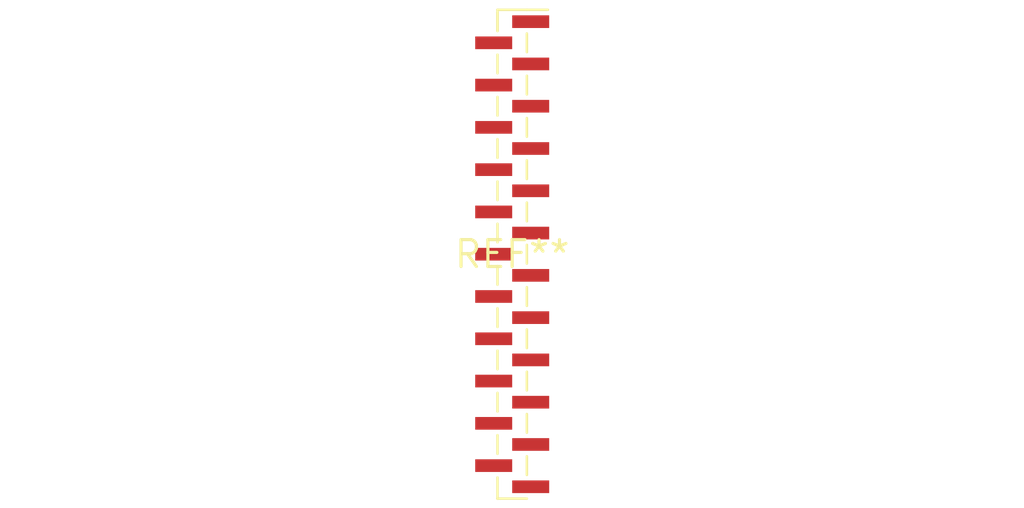
<source format=kicad_pcb>
(kicad_pcb (version 20240108) (generator pcbnew)
  (layers (0 "F.Cu" signal) (31 "B.Cu" signal) (34 "B.Paste" user) (35 "F.Paste" user) (36 "B.SilkS" user "B.Silkscreen") (37 "F.SilkS" user "F.Silkscreen") (38 "B.Mask" user) (39 "F.Mask" user) (44 "Edge.Cuts" user))
  (net 0 "")
  (footprint "PinHeader_1x23_P1.00mm_Vertical_SMD_Pin1Right" (layer "F.Cu") (at 0 0)
    (property "Reference" "REF**")
    (property "Value" "PinHeader_1x23_P1.00mm_Vertical_SMD_Pin1Right")
    (fp_line (start -0.695 -11.56) (end -0.695 -10.56) (layer "F.SilkS") (stroke (width 0.12)))
    (fp_line (start -0.695 -11.56) (end 0.695 -11.56) (layer "F.SilkS") (stroke (width 0.12)))
    (fp_line (start -0.695 -11.44) (end -0.695 -10.56) (layer "F.SilkS") (stroke (width 0.12)))
    (fp_line (start -0.695 -9.44) (end -0.695 -8.56) (layer "F.SilkS") (stroke (width 0.12)))
    (fp_line (start -0.695 -7.44) (end -0.695 -6.56) (layer "F.SilkS") (stroke (width 0.12)))
    (fp_line (start -0.695 -5.44) (end -0.695 -4.56) (layer "F.SilkS") (stroke (width 0.12)))
    (fp_line (start -0.695 -3.44) (end -0.695 -2.56) (layer "F.SilkS") (stroke (width 0.12)))
    (fp_line (start -0.695 -1.44) (end -0.695 -0.56) (layer "F.SilkS") (stroke (width 0.12)))
    (fp_line (start -0.695 0.56) (end -0.695 1.44) (layer "F.SilkS") (stroke (width 0.12)))
    (fp_line (start -0.695 2.56) (end -0.695 3.44) (layer "F.SilkS") (stroke (width 0.12)))
    (fp_line (start -0.695 4.56) (end -0.695 5.44) (layer "F.SilkS") (stroke (width 0.12)))
    (fp_line (start -0.695 6.56) (end -0.695 7.44) (layer "F.SilkS") (stroke (width 0.12)))
    (fp_line (start -0.695 8.56) (end -0.695 9.44) (layer "F.SilkS") (stroke (width 0.12)))
    (fp_line (start -0.695 10.56) (end -0.695 11.56) (layer "F.SilkS") (stroke (width 0.12)))
    (fp_line (start -0.695 11.56) (end -0.695 11.56) (layer "F.SilkS") (stroke (width 0.12)))
    (fp_line (start -0.695 11.56) (end 0.695 11.56) (layer "F.SilkS") (stroke (width 0.12)))
    (fp_line (start 0.695 -11.56) (end 0.695 -11.56) (layer "F.SilkS") (stroke (width 0.12)))
    (fp_line (start 0.695 -11.56) (end 1.69 -11.56) (layer "F.SilkS") (stroke (width 0.12)))
    (fp_line (start 0.695 -10.44) (end 0.695 -9.56) (layer "F.SilkS") (stroke (width 0.12)))
    (fp_line (start 0.695 -8.44) (end 0.695 -7.56) (layer "F.SilkS") (stroke (width 0.12)))
    (fp_line (start 0.695 -6.44) (end 0.695 -5.56) (layer "F.SilkS") (stroke (width 0.12)))
    (fp_line (start 0.695 -4.44) (end 0.695 -3.56) (layer "F.SilkS") (stroke (width 0.12)))
    (fp_line (start 0.695 -2.44) (end 0.695 -1.56) (layer "F.SilkS") (stroke (width 0.12)))
    (fp_line (start 0.695 -0.44) (end 0.695 0.44) (layer "F.SilkS") (stroke (width 0.12)))
    (fp_line (start 0.695 1.56) (end 0.695 2.44) (layer "F.SilkS") (stroke (width 0.12)))
    (fp_line (start 0.695 3.56) (end 0.695 4.44) (layer "F.SilkS") (stroke (width 0.12)))
    (fp_line (start 0.695 5.56) (end 0.695 6.44) (layer "F.SilkS") (stroke (width 0.12)))
    (fp_line (start 0.695 7.56) (end 0.695 8.44) (layer "F.SilkS") (stroke (width 0.12)))
    (fp_line (start 0.695 9.56) (end 0.695 10.44) (layer "F.SilkS") (stroke (width 0.12)))
    (pad "1" smd rect (at 0.875 -11) (size 1.75 0.6) (layers "F.Cu" "F.Paste" "F.Mask"))
    (pad "2" smd rect (at -0.875 -10) (size 1.75 0.6) (layers "F.Cu" "F.Paste" "F.Mask"))
    (pad "3" smd rect (at 0.875 -9) (size 1.75 0.6) (layers "F.Cu" "F.Paste" "F.Mask"))
    (pad "4" smd rect (at -0.875 -8) (size 1.75 0.6) (layers "F.Cu" "F.Paste" "F.Mask"))
    (pad "5" smd rect (at 0.875 -7) (size 1.75 0.6) (layers "F.Cu" "F.Paste" "F.Mask"))
    (pad "6" smd rect (at -0.875 -6) (size 1.75 0.6) (layers "F.Cu" "F.Paste" "F.Mask"))
    (pad "7" smd rect (at 0.875 -5) (size 1.75 0.6) (layers "F.Cu" "F.Paste" "F.Mask"))
    (pad "8" smd rect (at -0.875 -4) (size 1.75 0.6) (layers "F.Cu" "F.Paste" "F.Mask"))
    (pad "9" smd rect (at 0.875 -3) (size 1.75 0.6) (layers "F.Cu" "F.Paste" "F.Mask"))
    (pad "10" smd rect (at -0.875 -2) (size 1.75 0.6) (layers "F.Cu" "F.Paste" "F.Mask"))
    (pad "11" smd rect (at 0.875 -1) (size 1.75 0.6) (layers "F.Cu" "F.Paste" "F.Mask"))
    (pad "12" smd rect (at -0.875 0) (size 1.75 0.6) (layers "F.Cu" "F.Paste" "F.Mask"))
    (pad "13" smd rect (at 0.875 1) (size 1.75 0.6) (layers "F.Cu" "F.Paste" "F.Mask"))
    (pad "14" smd rect (at -0.875 2) (size 1.75 0.6) (layers "F.Cu" "F.Paste" "F.Mask"))
    (pad "15" smd rect (at 0.875 3) (size 1.75 0.6) (layers "F.Cu" "F.Paste" "F.Mask"))
    (pad "16" smd rect (at -0.875 4) (size 1.75 0.6) (layers "F.Cu" "F.Paste" "F.Mask"))
    (pad "17" smd rect (at 0.875 5) (size 1.75 0.6) (layers "F.Cu" "F.Paste" "F.Mask"))
    (pad "18" smd rect (at -0.875 6) (size 1.75 0.6) (layers "F.Cu" "F.Paste" "F.Mask"))
    (pad "19" smd rect (at 0.875 7) (size 1.75 0.6) (layers "F.Cu" "F.Paste" "F.Mask"))
    (pad "20" smd rect (at -0.875 8) (size 1.75 0.6) (layers "F.Cu" "F.Paste" "F.Mask"))
    (pad "21" smd rect (at 0.875 9) (size 1.75 0.6) (layers "F.Cu" "F.Paste" "F.Mask"))
    (pad "22" smd rect (at -0.875 10) (size 1.75 0.6) (layers "F.Cu" "F.Paste" "F.Mask"))
    (pad "23" smd rect (at 0.875 11) (size 1.75 0.6) (layers "F.Cu" "F.Paste" "F.Mask"))
  )
)
</source>
